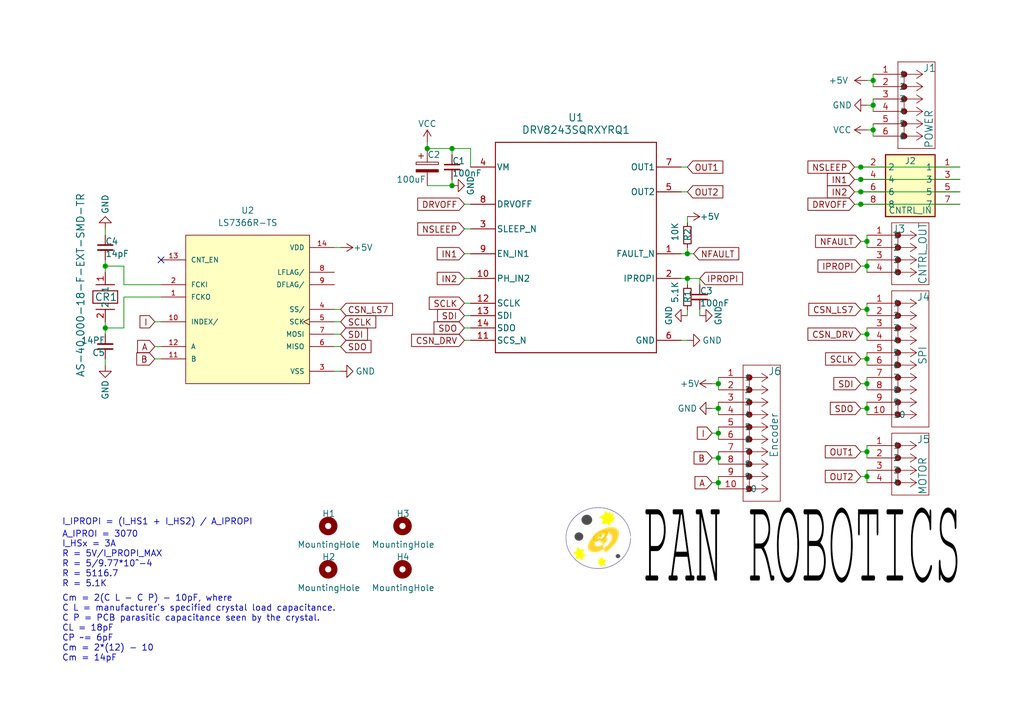
<source format=kicad_sch>
(kicad_sch (version 20230121) (generator eeschema)
  (paper "A5")
  (title_block (title "DRV8243 - LS7366R DC Motion Controller") (date "2024-02-08") (rev "V1") (company "Pan Robotics"))
  (lib_symbols
    (symbol "1862042:1862042" (pin_names (offset 0.254))
      (property "Reference" "J" (at 8.89 6.35 0))
      (property "Value" "1862042" (at 0 0 0))
      (symbol "1862042_0_1"
        (polyline (pts (xy 5.08 -10.16) (xy 12.7 -10.16)) (stroke (width 0.127)))
        (polyline (pts (xy 5.08 2.54) (xy 5.08 -10.16)) (stroke (width 0.127)))
        (polyline (pts (xy 6.35 -5.08) (xy 6.35 -7.62)) (stroke (width 0.127)))
        (polyline (pts (xy 6.35 0) (xy 6.35 -2.54)) (stroke (width 0.127)))
        (polyline (pts (xy 10.16 -7.62) (xy 5.08 -7.62)) (stroke (width 0.127)))
        (polyline (pts (xy 10.16 -7.62) (xy 8.89 -8.4667)) (stroke (width 0.127)))
        (polyline (pts (xy 10.16 -7.62) (xy 8.89 -6.7733)) (stroke (width 0.127)))
        (polyline (pts (xy 10.16 -5.08) (xy 5.08 -5.08)) (stroke (width 0.127)))
        (polyline (pts (xy 10.16 -5.08) (xy 8.89 -5.9267)) (stroke (width 0.127)))
        (polyline (pts (xy 10.16 -5.08) (xy 8.89 -4.2333)) (stroke (width 0.127)))
        (polyline (pts (xy 10.16 -2.54) (xy 5.08 -2.54)) (stroke (width 0.127)))
        (polyline (pts (xy 10.16 -2.54) (xy 8.89 -3.3867)) (stroke (width 0.127)))
        (polyline (pts (xy 10.16 -2.54) (xy 8.89 -1.6933)) (stroke (width 0.127)))
        (polyline (pts (xy 10.16 0) (xy 5.08 0)) (stroke (width 0.127)))
        (polyline (pts (xy 10.16 0) (xy 8.89 -0.8467)) (stroke (width 0.127)))
        (polyline (pts (xy 10.16 0) (xy 8.89 0.8467)) (stroke (width 0.127)))
        (polyline (pts (xy 12.7 -10.16) (xy 12.7 2.54)) (stroke (width 0.127)))
        (polyline (pts (xy 12.7 2.54) (xy 5.08 2.54)) (stroke (width 0.127)))
        (circle (center 6.35 -7.62) (radius 0.127) (stroke (width 0.508)))
        (circle (center 6.35 -5.08) (radius 0.127) (stroke (width 0.508)))
        (circle (center 6.35 -2.54) (radius 0.127) (stroke (width 0.508)))
        (circle (center 6.35 0) (radius 0.127) (stroke (width 0.508)))
        (pin unspecified line (at 0 0 0) (length 5.08) (name "1") (number "1"))
        (pin unspecified line (at 0 -2.54 0) (length 5.08) (name "2") (number "2"))
        (pin unspecified line (at 0 -5.08 0) (length 5.08) (name "3") (number "3"))
        (pin unspecified line (at 0 -7.62 0) (length 5.08) (name "4") (number "4"))
      )
    )
    (symbol "1862055:1862055" (pin_names (offset 0.254))
      (property "Reference" "J" (at 8.89 6.35 0))
      (property "Value" "1862055" (at 0 0 0))
      (symbol "1862055_0_1"
        (polyline (pts (xy 5.08 -15.24) (xy 12.7 -15.24)) (stroke (width 0.127)))
        (polyline (pts (xy 5.08 2.54) (xy 5.08 -15.24)) (stroke (width 0.127)))
        (polyline (pts (xy 6.35 -10.16) (xy 6.35 -12.7)) (stroke (width 0.127)))
        (polyline (pts (xy 6.35 -5.08) (xy 6.35 -7.62)) (stroke (width 0.127)))
        (polyline (pts (xy 6.35 0) (xy 6.35 -2.54)) (stroke (width 0.127)))
        (polyline (pts (xy 10.16 -12.7) (xy 5.08 -12.7)) (stroke (width 0.127)))
        (polyline (pts (xy 10.16 -12.7) (xy 8.89 -13.5467)) (stroke (width 0.127)))
        (polyline (pts (xy 10.16 -12.7) (xy 8.89 -11.8533)) (stroke (width 0.127)))
        (polyline (pts (xy 10.16 -10.16) (xy 5.08 -10.16)) (stroke (width 0.127)))
        (polyline (pts (xy 10.16 -10.16) (xy 8.89 -11.0067)) (stroke (width 0.127)))
        (polyline (pts (xy 10.16 -10.16) (xy 8.89 -9.3133)) (stroke (width 0.127)))
        (polyline (pts (xy 10.16 -7.62) (xy 5.08 -7.62)) (stroke (width 0.127)))
        (polyline (pts (xy 10.16 -7.62) (xy 8.89 -8.4667)) (stroke (width 0.127)))
        (polyline (pts (xy 10.16 -7.62) (xy 8.89 -6.7733)) (stroke (width 0.127)))
        (polyline (pts (xy 10.16 -5.08) (xy 5.08 -5.08)) (stroke (width 0.127)))
        (polyline (pts (xy 10.16 -5.08) (xy 8.89 -5.9267)) (stroke (width 0.127)))
        (polyline (pts (xy 10.16 -5.08) (xy 8.89 -4.2333)) (stroke (width 0.127)))
        (polyline (pts (xy 10.16 -2.54) (xy 5.08 -2.54)) (stroke (width 0.127)))
        (polyline (pts (xy 10.16 -2.54) (xy 8.89 -3.3867)) (stroke (width 0.127)))
        (polyline (pts (xy 10.16 -2.54) (xy 8.89 -1.6933)) (stroke (width 0.127)))
        (polyline (pts (xy 10.16 0) (xy 5.08 0)) (stroke (width 0.127)))
        (polyline (pts (xy 10.16 0) (xy 8.89 -0.8467)) (stroke (width 0.127)))
        (polyline (pts (xy 10.16 0) (xy 8.89 0.8467)) (stroke (width 0.127)))
        (polyline (pts (xy 12.7 -15.24) (xy 12.7 2.54)) (stroke (width 0.127)))
        (polyline (pts (xy 12.7 2.54) (xy 5.08 2.54)) (stroke (width 0.127)))
        (circle (center 6.35 -12.7) (radius 0.127) (stroke (width 0.508)))
        (circle (center 6.35 -10.16) (radius 0.127) (stroke (width 0.508)))
        (circle (center 6.35 -7.62) (radius 0.127) (stroke (width 0.508)))
        (circle (center 6.35 -5.08) (radius 0.127) (stroke (width 0.508)))
        (circle (center 6.35 -2.54) (radius 0.127) (stroke (width 0.508)))
        (circle (center 6.35 0) (radius 0.127) (stroke (width 0.508)))
        (pin unspecified line (at 0 0 0) (length 5.08) (name "1") (number "1"))
        (pin unspecified line (at 0 -2.54 0) (length 5.08) (name "2") (number "2"))
        (pin unspecified line (at 0 -5.08 0) (length 5.08) (name "3") (number "3"))
        (pin unspecified line (at 0 -7.62 0) (length 5.08) (name "4") (number "4"))
        (pin unspecified line (at 0 -10.16 0) (length 5.08) (name "5") (number "5"))
        (pin unspecified line (at 0 -12.7 0) (length 5.08) (name "6") (number "6"))
      )
    )
    (symbol "1862068:1862068"
      (property "Reference" "J" (at 16.51 7.62 0))
      (property "Value" "1862068" (at 16.51 5.08 0))
      (symbol "1862068_1_1"
        (rectangle (start 5.08 2.54) (end 15.24 -10.16) (stroke (width 0.254)) (fill (type background)))
        (pin passive line (at 20.32 0 180) (length 5.08) (name "1") (number "1"))
        (pin passive line (at 0 0 0) (length 5.08) (name "2") (number "2"))
        (pin passive line (at 20.32 -2.54 180) (length 5.08) (name "3") (number "3"))
        (pin passive line (at 0 -2.54 0) (length 5.08) (name "4") (number "4"))
        (pin passive line (at 20.32 -5.08 180) (length 5.08) (name "5") (number "5"))
        (pin passive line (at 0 -5.08 0) (length 5.08) (name "6") (number "6"))
        (pin passive line (at 20.32 -7.62 180) (length 5.08) (name "7") (number "7"))
        (pin passive line (at 0 -7.62 0) (length 5.08) (name "8") (number "8"))
      )
    )
    (symbol "1862071:1862071" (pin_names (offset 0.254))
      (property "Reference" "J" (at 8.89 6.35 0))
      (property "Value" "1862071" (at 0 0 0))
      (symbol "1862071_0_1"
        (polyline (pts (xy 5.08 -25.4) (xy 12.7 -25.4)) (stroke (width 0.127)))
        (polyline (pts (xy 5.08 2.54) (xy 5.08 -25.4)) (stroke (width 0.127)))
        (polyline (pts (xy 6.35 -20.32) (xy 6.35 -22.86)) (stroke (width 0.127)))
        (polyline (pts (xy 6.35 -15.24) (xy 6.35 -17.78)) (stroke (width 0.127)))
        (polyline (pts (xy 6.35 -10.16) (xy 6.35 -12.7)) (stroke (width 0.127)))
        (polyline (pts (xy 6.35 -5.08) (xy 6.35 -7.62)) (stroke (width 0.127)))
        (polyline (pts (xy 6.35 0) (xy 6.35 -2.54)) (stroke (width 0.127)))
        (polyline (pts (xy 10.16 -22.86) (xy 5.08 -22.86)) (stroke (width 0.127)))
        (polyline (pts (xy 10.16 -22.86) (xy 8.89 -23.7067)) (stroke (width 0.127)))
        (polyline (pts (xy 10.16 -22.86) (xy 8.89 -22.0133)) (stroke (width 0.127)))
        (polyline (pts (xy 10.16 -20.32) (xy 5.08 -20.32)) (stroke (width 0.127)))
        (polyline (pts (xy 10.16 -20.32) (xy 8.89 -21.1667)) (stroke (width 0.127)))
        (polyline (pts (xy 10.16 -20.32) (xy 8.89 -19.4733)) (stroke (width 0.127)))
        (polyline (pts (xy 10.16 -17.78) (xy 5.08 -17.78)) (stroke (width 0.127)))
        (polyline (pts (xy 10.16 -17.78) (xy 8.89 -18.6267)) (stroke (width 0.127)))
        (polyline (pts (xy 10.16 -17.78) (xy 8.89 -16.9333)) (stroke (width 0.127)))
        (polyline (pts (xy 10.16 -15.24) (xy 5.08 -15.24)) (stroke (width 0.127)))
        (polyline (pts (xy 10.16 -15.24) (xy 8.89 -16.0867)) (stroke (width 0.127)))
        (polyline (pts (xy 10.16 -15.24) (xy 8.89 -14.3933)) (stroke (width 0.127)))
        (polyline (pts (xy 10.16 -12.7) (xy 5.08 -12.7)) (stroke (width 0.127)))
        (polyline (pts (xy 10.16 -12.7) (xy 8.89 -13.5467)) (stroke (width 0.127)))
        (polyline (pts (xy 10.16 -12.7) (xy 8.89 -11.8533)) (stroke (width 0.127)))
        (polyline (pts (xy 10.16 -10.16) (xy 5.08 -10.16)) (stroke (width 0.127)))
        (polyline (pts (xy 10.16 -10.16) (xy 8.89 -11.0067)) (stroke (width 0.127)))
        (polyline (pts (xy 10.16 -10.16) (xy 8.89 -9.3133)) (stroke (width 0.127)))
        (polyline (pts (xy 10.16 -7.62) (xy 5.08 -7.62)) (stroke (width 0.127)))
        (polyline (pts (xy 10.16 -7.62) (xy 8.89 -8.4667)) (stroke (width 0.127)))
        (polyline (pts (xy 10.16 -7.62) (xy 8.89 -6.7733)) (stroke (width 0.127)))
        (polyline (pts (xy 10.16 -5.08) (xy 5.08 -5.08)) (stroke (width 0.127)))
        (polyline (pts (xy 10.16 -5.08) (xy 8.89 -5.9267)) (stroke (width 0.127)))
        (polyline (pts (xy 10.16 -5.08) (xy 8.89 -4.2333)) (stroke (width 0.127)))
        (polyline (pts (xy 10.16 -2.54) (xy 5.08 -2.54)) (stroke (width 0.127)))
        (polyline (pts (xy 10.16 -2.54) (xy 8.89 -3.3867)) (stroke (width 0.127)))
        (polyline (pts (xy 10.16 -2.54) (xy 8.89 -1.6933)) (stroke (width 0.127)))
        (polyline (pts (xy 10.16 0) (xy 5.08 0)) (stroke (width 0.127)))
        (polyline (pts (xy 10.16 0) (xy 8.89 -0.8467)) (stroke (width 0.127)))
        (polyline (pts (xy 10.16 0) (xy 8.89 0.8467)) (stroke (width 0.127)))
        (polyline (pts (xy 12.7 -25.4) (xy 12.7 2.54)) (stroke (width 0.127)))
        (polyline (pts (xy 12.7 2.54) (xy 5.08 2.54)) (stroke (width 0.127)))
        (circle (center 6.35 -22.86) (radius 0.127) (stroke (width 0.508)))
        (circle (center 6.35 -20.32) (radius 0.127) (stroke (width 0.508)))
        (circle (center 6.35 -17.78) (radius 0.127) (stroke (width 0.508)))
        (circle (center 6.35 -15.24) (radius 0.127) (stroke (width 0.508)))
        (circle (center 6.35 -12.7) (radius 0.127) (stroke (width 0.508)))
        (circle (center 6.35 -10.16) (radius 0.127) (stroke (width 0.508)))
        (circle (center 6.35 -7.62) (radius 0.127) (stroke (width 0.508)))
        (circle (center 6.35 -5.08) (radius 0.127) (stroke (width 0.508)))
        (circle (center 6.35 -2.54) (radius 0.127) (stroke (width 0.508)))
        (circle (center 6.35 0) (radius 0.127) (stroke (width 0.508)))
        (pin unspecified line (at 0 0 0) (length 5.08) (name "1") (number "1"))
        (pin unspecified line (at 0 -22.86 0) (length 5.08) (name "10") (number "10"))
        (pin unspecified line (at 0 -2.54 0) (length 5.08) (name "2") (number "2"))
        (pin unspecified line (at 0 -5.08 0) (length 5.08) (name "3") (number "3"))
        (pin unspecified line (at 0 -7.62 0) (length 5.08) (name "4") (number "4"))
        (pin unspecified line (at 0 -10.16 0) (length 5.08) (name "5") (number "5"))
        (pin unspecified line (at 0 -12.7 0) (length 5.08) (name "6") (number "6"))
        (pin unspecified line (at 0 -15.24 0) (length 5.08) (name "7") (number "7"))
        (pin unspecified line (at 0 -17.78 0) (length 5.08) (name "8") (number "8"))
        (pin unspecified line (at 0 -20.32 0) (length 5.08) (name "9") (number "9"))
      )
    )
    (symbol "AS_40_000_18_F_EXT_SMD_TR:AS-40.000-18-F-EXT-SMD-TR" (pin_names (offset 0.254))
      (property "Reference" "CR" (at 5.08 4.445 0))
      (property "Value" "AS-40.000-18-F-EXT-SMD-TR" (at 5.08 -4.445 0))
      (symbol "AS-40.000-18-F-EXT-SMD-TR_1_1"
        (polyline (pts (xy 2.54 -1.905) (xy 2.54 1.905)) (stroke (width 0.2032)))
        (polyline (pts (xy 3.81 -2.54) (xy 3.81 2.54)) (stroke (width 0.2032)))
        (polyline (pts (xy 3.81 2.54) (xy 6.35 2.54)) (stroke (width 0.2032)))
        (polyline (pts (xy 6.35 -2.54) (xy 3.81 -2.54)) (stroke (width 0.2032)))
        (polyline (pts (xy 6.35 2.54) (xy 6.35 -2.54)) (stroke (width 0.2032)))
        (polyline (pts (xy 7.62 -1.905) (xy 7.62 1.905)) (stroke (width 0.2032)))
        (pin unspecified line (at 0 0 0) (length 2.54) (name "1") (number "1"))
        (pin unspecified line (at 10.16 0 180) (length 2.54) (name "2") (number "2"))
      )
      (symbol "AS-40.000-18-F-EXT-SMD-TR_1_2"
        (polyline (pts (xy -2.54 3.81) (xy -2.54 6.35)) (stroke (width 0.2032)))
        (polyline (pts (xy -2.54 6.35) (xy 2.54 6.35)) (stroke (width 0.2032)))
        (polyline (pts (xy 1.905 2.54) (xy -1.905 2.54)) (stroke (width 0.2032)))
        (polyline (pts (xy 1.905 7.62) (xy -1.905 7.62)) (stroke (width 0.2032)))
        (polyline (pts (xy 2.54 3.81) (xy -2.54 3.81)) (stroke (width 0.2032)))
        (polyline (pts (xy 2.54 6.35) (xy 2.54 3.81)) (stroke (width 0.2032)))
        (pin unspecified line (at 0 0 90) (length 2.54) (name "1") (number "1"))
        (pin unspecified line (at 0 10.16 270) (length 2.54) (name "2") (number "2"))
      )
    )
    (symbol "DRV8243:DRV8243SQRXYRQ1" (pin_names (offset 0.254))
      (property "Reference" "U" (at 0 2.54 0))
      (property "Value" "DRV8243SQRXYRQ1" (at 0 0 0))
      (symbol "DRV8243SQRXYRQ1_0_1"
        (polyline (pts (xy 5.08 -38.1) (xy 38.1 -38.1)) (stroke (width 0.2032)))
        (polyline (pts (xy 5.08 5.08) (xy 5.08 -38.1)) (stroke (width 0.2032)))
        (polyline (pts (xy 38.1 -38.1) (xy 38.1 5.08)) (stroke (width 0.2032)))
        (polyline (pts (xy 38.1 5.08) (xy 5.08 5.08)) (stroke (width 0.2032)))
        (pin open_collector line (at 43.18 -17.78 180) (length 5.08) (name "FAULT_N") (number "1"))
        (pin input line (at 0 -22.86 0) (length 5.08) (name "PH_IN2") (number "10"))
        (pin input line (at 0 -35.56 0) (length 5.08) (name "SCS_N") (number "11"))
        (pin input line (at 0 -27.94 0) (length 5.08) (name "SCLK") (number "12"))
        (pin input line (at 0 -30.48 0) (length 5.08) (name "SDI") (number "13"))
        (pin output line (at 0 -33.02 0) (length 5.08) (name "SDO") (number "14"))
        (pin bidirectional line (at 43.18 -22.86 180) (length 5.08) (name "IPROPI") (number "2"))
        (pin input line (at 0 -12.7 0) (length 5.08) (name "SLEEP_N") (number "3"))
        (pin power_in line (at 0 0 0) (length 5.08) (name "VM") (number "4"))
        (pin unspecified line (at 43.18 -5.08 180) (length 5.08) (name "OUT2") (number "5"))
        (pin power_in line (at 43.18 -35.56 180) (length 5.08) (name "GND") (number "6"))
        (pin unspecified line (at 43.18 0 180) (length 5.08) (name "OUT1") (number "7"))
        (pin input line (at 0 -7.62 0) (length 5.08) (name "DRVOFF") (number "8"))
        (pin input line (at 0 -17.78 0) (length 5.08) (name "EN_IN1") (number "9"))
      )
    )
    (symbol "Device:C_Polarized" (pin_numbers hide) (pin_names (offset 0.254))
      (property "Reference" "C" (at 0.635 2.54 0))
      (property "Value" "C_Polarized" (at 0.635 -2.54 0))
      (symbol "C_Polarized_0_1"
        (rectangle (start -2.286 0.508) (end 2.286 1.016))
        (polyline (pts (xy -1.778 2.286) (xy -0.762 2.286)))
        (polyline (pts (xy -1.27 2.794) (xy -1.27 1.778)))
        (rectangle (start 2.286 -0.508) (end -2.286 -1.016) (fill (type outline)))
      )
      (symbol "C_Polarized_1_1"
        (pin passive line (at 0 3.81 270) (length 2.794) (name "~") (number "1"))
        (pin passive line (at 0 -3.81 90) (length 2.794) (name "~") (number "2"))
      )
    )
    (symbol "Device:C_Small" (pin_numbers hide) (pin_names (offset 0.254) hide)
      (property "Reference" "C" (at 0.254 1.778 0))
      (property "Value" "C_Small" (at 0.254 -2.032 0))
      (symbol "C_Small_0_1"
        (polyline (pts (xy -1.524 -0.508) (xy 1.524 -0.508)) (stroke (width 0.3302)))
        (polyline (pts (xy -1.524 0.508) (xy 1.524 0.508)) (stroke (width 0.3048)))
      )
      (symbol "C_Small_1_1"
        (pin passive line (at 0 2.54 270) (length 2.032) (name "~") (number "1"))
        (pin passive line (at 0 -2.54 90) (length 2.032) (name "~") (number "2"))
      )
    )
    (symbol "Device:R_Small" (pin_numbers hide) (pin_names (offset 0.254) hide)
      (property "Reference" "R" (at 0.762 0.508 0))
      (property "Value" "R_Small" (at 0.762 -1.016 0))
      (symbol "R_Small_0_1"
        (rectangle (start -0.762 1.778) (end 0.762 -1.778) (stroke (width 0.2032)))
      )
      (symbol "R_Small_1_1"
        (pin passive line (at 0 2.54 270) (length 0.762) (name "~") (number "1"))
        (pin passive line (at 0 -2.54 90) (length 0.762) (name "~") (number "2"))
      )
    )
    (symbol "LS7366R_TS:LS7366R-TS" (pin_names (offset 1.016))
      (property "Reference" "U" (at -12.7 16.002 0))
      (property "Value" "LS7366R-TS" (at -12.7 -16.002 0))
      (symbol "LS7366R-TS_0_0"
        (rectangle (start -12.7 -15.24) (end 12.7 15.24) (stroke (width 0.1524)) (fill (type background)))
        (pin output line (at -17.78 2.54 0) (length 5.08) (name "FCKO") (number "1"))
        (pin input line (at -17.78 -2.54 0) (length 5.08) (name "INDEX/") (number "10"))
        (pin input line (at -17.78 -10.16 0) (length 5.08) (name "B") (number "11"))
        (pin input line (at -17.78 -7.62 0) (length 5.08) (name "A") (number "12"))
        (pin input line (at -17.78 10.16 0) (length 5.08) (name "CNT_EN") (number "13"))
        (pin power_in line (at 17.78 12.7 180) (length 5.08) (name "VDD") (number "14"))
        (pin input line (at -17.78 5.08 0) (length 5.08) (name "FCKI") (number "2"))
        (pin power_in line (at 17.78 -12.7 180) (length 5.08) (name "VSS") (number "3"))
        (pin input line (at 17.78 0 180) (length 5.08) (name "SS/") (number "4"))
        (pin input clock (at 17.78 -2.54 180) (length 5.08) (name "SCK") (number "5"))
        (pin output line (at 17.78 -7.62 180) (length 5.08) (name "MISO") (number "6"))
        (pin input line (at 17.78 -5.08 180) (length 5.08) (name "MOSI") (number "7"))
        (pin output line (at 17.78 7.62 180) (length 5.08) (name "LFLAG/") (number "8"))
        (pin output line (at 17.78 5.08 180) (length 5.08) (name "DFLAG/") (number "9"))
      )
    )
    (symbol "Mechanical:MountingHole" (pin_names (offset 1.016))
      (property "Reference" "H" (at 0 5.08 0))
      (property "Value" "MountingHole" (at 0 3.175 0))
      (symbol "MountingHole_0_1"
        (circle (center 0 0) (radius 1.27) (stroke (width 1.27)))
      )
    )
    (symbol "power:+5V" (power) (pin_names (offset 0))
      (property "Value" "+5V" (at 0 3.556 0))
      (symbol "+5V_0_1"
        (polyline (pts (xy -0.762 1.27) (xy 0 2.54)))
        (polyline (pts (xy 0 0) (xy 0 2.54)))
        (polyline (pts (xy 0 2.54) (xy 0.762 1.27)))
      )
      (symbol "+5V_1_1"
        (pin power_in line (at 0 0 90) (length 0) hide (name "+5V") (number "1"))
      )
    )
    (symbol "power:GND" (power) (pin_names (offset 0))
      (property "Value" "GND" (at 0 -3.81 0))
      (symbol "GND_0_1"
        (polyline (pts (xy 0 0) (xy 0 -1.27) (xy 1.27 -1.27) (xy 0 -2.54) (xy -1.27 -1.27) (xy 0 -1.27)))
      )
      (symbol "GND_1_1"
        (pin power_in line (at 0 0 270) (length 0) hide (name "GND") (number "1"))
      )
    )
    (symbol "power:VCC" (power) (pin_names (offset 0))
      (property "Value" "VCC" (at 0 3.81 0))
      (symbol "VCC_0_1"
        (polyline (pts (xy -0.762 1.27) (xy 0 2.54)))
        (polyline (pts (xy 0 0) (xy 0 2.54)))
        (polyline (pts (xy 0 2.54) (xy 0.762 1.27)))
      )
      (symbol "VCC_1_1"
        (pin power_in line (at 0 0 90) (length 0) hide (name "VCC") (number "1"))
      )
    )
  )
  (junction (at 21.59 67.31))
  (junction (at 177.8 73.66))
  (junction (at 147.32 83.82))
  (junction (at 147.32 78.74))
  (junction (at 92.71 38.1))
  (junction (at 179.07 26.67))
  (junction (at 177.8 54.61))
  (junction (at 177.8 63.5))
  (junction (at 177.8 83.82))
  (junction (at 147.32 93.98))
  (junction (at 177.8 49.53))
  (junction (at 177.8 92.71))
  (junction (at 176.53 39.37))
  (junction (at 177.8 78.74))
  (junction (at 140.97 57.15))
  (junction (at 177.8 97.79))
  (junction (at 140.97 52.07))
  (junction (at 177.8 68.58))
  (junction (at 179.07 16.51))
  (junction (at 21.59 54.61))
  (junction (at 176.53 36.83))
  (junction (at 147.32 99.06))
  (junction (at 147.32 88.9))
  (junction (at 176.53 41.91))
  (junction (at 176.53 34.29))
  (junction (at 92.71 30.48))
  (junction (at 87.63 30.48))
  (junction (at 179.07 21.59))
  (no_connect (at 33.02 53.34))
  (wire (pts (xy 175.26 41.91) (xy 176.53 41.91)))
  (wire (pts (xy 179.07 26.67) (xy 179.07 27.94)))
  (wire (pts (xy 179.07 20.32) (xy 179.07 21.59)))
  (wire (pts (xy 95.25 57.15) (xy 96.52 57.15)))
  (wire (pts (xy 140.97 39.37) (xy 139.7 39.37)))
  (wire (pts (xy 179.07 16.51) (xy 179.07 17.78)))
  (wire (pts (xy 146.05 83.82) (xy 147.32 83.82)))
  (wire (pts (xy 177.8 72.39) (xy 177.8 73.66)))
  (wire (pts (xy 177.8 62.23) (xy 177.8 63.5)))
  (wire (pts (xy 147.32 87.63) (xy 147.32 88.9)))
  (wire (pts (xy 179.07 25.4) (xy 179.07 26.67)))
  (wire (pts (xy 177.8 16.51) (xy 179.07 16.51)))
  (wire (pts (xy 146.05 99.06) (xy 147.32 99.06)))
  (wire (pts (xy 176.53 54.61) (xy 177.8 54.61)))
  (wire (pts (xy 140.97 69.85) (xy 139.7 69.85)))
  (wire (pts (xy 33.02 60.96) (xy 25.4 60.96)))
  (wire (pts (xy 95.25 52.07) (xy 96.52 52.07)))
  (wire (pts (xy 143.51 57.15) (xy 140.97 57.15)))
  (wire (pts (xy 176.53 39.37) (xy 196.85 39.37)))
  (wire (pts (xy 176.53 36.83) (xy 196.85 36.83)))
  (wire (pts (xy 146.05 93.98) (xy 147.32 93.98)))
  (wire (pts (xy 177.8 53.34) (xy 177.8 54.61)))
  (wire (pts (xy 140.97 58.42) (xy 140.97 57.15)))
  (wire (pts (xy 92.71 30.48) (xy 92.71 31.75)))
  (wire (pts (xy 96.52 30.48) (xy 96.52 34.29)))
  (wire (pts (xy 147.32 99.06) (xy 147.32 100.33)))
  (wire (pts (xy 140.97 50.8) (xy 140.97 52.07)))
  (wire (pts (xy 69.85 63.5) (xy 68.58 63.5)))
  (wire (pts (xy 140.97 52.07) (xy 142.24 52.07)))
  (wire (pts (xy 140.97 34.29) (xy 139.7 34.29)))
  (wire (pts (xy 95.25 62.23) (xy 96.52 62.23)))
  (wire (pts (xy 25.4 67.31) (xy 21.59 67.31)))
  (wire (pts (xy 95.25 46.99) (xy 96.52 46.99)))
  (wire (pts (xy 177.8 91.44) (xy 177.8 92.71)))
  (wire (pts (xy 175.26 39.37) (xy 176.53 39.37)))
  (wire (pts (xy 21.59 54.61) (xy 21.59 55.88)))
  (wire (pts (xy 143.51 58.42) (xy 143.51 57.15)))
  (wire (pts (xy 177.8 97.79) (xy 177.8 99.06)))
  (wire (pts (xy 147.32 93.98) (xy 147.32 95.25)))
  (wire (pts (xy 176.53 68.58) (xy 177.8 68.58)))
  (wire (pts (xy 87.63 38.1) (xy 92.71 38.1)))
  (wire (pts (xy 21.59 53.34) (xy 21.59 54.61)))
  (wire (pts (xy 147.32 82.55) (xy 147.32 83.82)))
  (wire (pts (xy 147.32 78.74) (xy 147.32 80.01)))
  (wire (pts (xy 87.63 30.48) (xy 92.71 30.48)))
  (wire (pts (xy 176.53 63.5) (xy 177.8 63.5)))
  (wire (pts (xy 177.8 21.59) (xy 179.07 21.59)))
  (wire (pts (xy 177.8 49.53) (xy 177.8 50.8)))
  (wire (pts (xy 92.71 38.1) (xy 92.71 36.83)))
  (wire (pts (xy 179.07 15.24) (xy 179.07 16.51)))
  (wire (pts (xy 177.8 67.31) (xy 177.8 68.58)))
  (wire (pts (xy 175.26 34.29) (xy 176.53 34.29)))
  (wire (pts (xy 143.51 64.77) (xy 143.51 63.5)))
  (wire (pts (xy 177.8 48.26) (xy 177.8 49.53)))
  (wire (pts (xy 177.8 96.52) (xy 177.8 97.79)))
  (wire (pts (xy 179.07 21.59) (xy 179.07 22.86)))
  (wire (pts (xy 177.8 82.55) (xy 177.8 83.82)))
  (wire (pts (xy 177.8 54.61) (xy 177.8 55.88)))
  (wire (pts (xy 21.59 66.04) (xy 21.59 67.31)))
  (wire (pts (xy 177.8 83.82) (xy 177.8 85.09)))
  (wire (pts (xy 140.97 57.15) (xy 139.7 57.15)))
  (wire (pts (xy 147.32 77.47) (xy 147.32 78.74)))
  (wire (pts (xy 139.7 52.07) (xy 140.97 52.07)))
  (wire (pts (xy 31.75 66.04) (xy 33.02 66.04)))
  (wire (pts (xy 92.71 30.48) (xy 96.52 30.48)))
  (wire (pts (xy 31.75 71.12) (xy 33.02 71.12)))
  (wire (pts (xy 175.26 36.83) (xy 176.53 36.83)))
  (wire (pts (xy 146.05 88.9) (xy 147.32 88.9)))
  (wire (pts (xy 176.53 83.82) (xy 177.8 83.82)))
  (wire (pts (xy 147.32 83.82) (xy 147.32 85.09)))
  (wire (pts (xy 147.32 88.9) (xy 147.32 90.17)))
  (wire (pts (xy 176.53 78.74) (xy 177.8 78.74)))
  (wire (pts (xy 69.85 66.04) (xy 68.58 66.04)))
  (wire (pts (xy 177.8 78.74) (xy 177.8 80.01)))
  (wire (pts (xy 177.8 92.71) (xy 177.8 93.98)))
  (wire (pts (xy 21.59 54.61) (xy 25.4 54.61)))
  (wire (pts (xy 177.8 77.47) (xy 177.8 78.74)))
  (wire (pts (xy 177.8 68.58) (xy 177.8 69.85)))
  (wire (pts (xy 21.59 73.66) (xy 21.59 74.93)))
  (wire (pts (xy 69.85 71.12) (xy 68.58 71.12)))
  (wire (pts (xy 21.59 68.58) (xy 21.59 67.31)))
  (wire (pts (xy 21.59 46.99) (xy 21.59 48.26)))
  (wire (pts (xy 146.05 78.74) (xy 147.32 78.74)))
  (wire (pts (xy 33.02 58.42) (xy 25.4 58.42)))
  (wire (pts (xy 69.85 68.58) (xy 68.58 68.58)))
  (wire (pts (xy 177.8 63.5) (xy 177.8 64.77)))
  (wire (pts (xy 95.25 41.91) (xy 96.52 41.91)))
  (wire (pts (xy 177.8 26.67) (xy 179.07 26.67)))
  (wire (pts (xy 25.4 60.96) (xy 25.4 67.31)))
  (wire (pts (xy 176.53 92.71) (xy 177.8 92.71)))
  (wire (pts (xy 69.85 50.8) (xy 68.58 50.8)))
  (wire (pts (xy 25.4 58.42) (xy 25.4 54.61)))
  (wire (pts (xy 140.97 44.45) (xy 140.97 45.72)))
  (wire (pts (xy 95.25 67.31) (xy 96.52 67.31)))
  (wire (pts (xy 177.8 49.53) (xy 176.53 49.53)))
  (wire (pts (xy 140.97 64.77) (xy 140.97 63.5)))
  (wire (pts (xy 31.75 73.66) (xy 33.02 73.66)))
  (wire (pts (xy 176.53 34.29) (xy 196.85 34.29)))
  (wire (pts (xy 147.32 92.71) (xy 147.32 93.98)))
  (wire (pts (xy 177.8 73.66) (xy 177.8 74.93)))
  (wire (pts (xy 87.63 29.21) (xy 87.63 30.48)))
  (wire (pts (xy 147.32 97.79) (xy 147.32 99.06)))
  (wire (pts (xy 176.53 41.91) (xy 196.85 41.91)))
  (wire (pts (xy 176.53 97.79) (xy 177.8 97.79)))
  (wire (pts (xy 95.25 69.85) (xy 96.52 69.85)))
  (wire (pts (xy 176.53 73.66) (xy 177.8 73.66)))
  (wire (pts (xy 95.25 64.77) (xy 96.52 64.77)))
  (wire (pts (xy 68.58 76.2) (xy 69.85 76.2)))
  (image (at 156.21 111.76) (scale 0.871662))
  (text "I_HSx = 3A\nR = 5V/I_PROPI_MAX\nR = 5/9.77*10^-4\nR = 5116.7\nR = 5.1K" (at 12.7 120.65 0) (effects (font (size 1.27 1.27)) (justify left bottom)))
  (text "A_IPROI = 3070" (at 12.7 110.49 0) (effects (font (size 1.27 1.27)) (justify left bottom)))
  (text "Cm = 2(C L - C P) - 10pF, where\nC L = manufacturer's specified crystal load capacitance.\nC P = PCB parasitic capacitance seen by the crystal.\nCL = 18pF\nCP ~= 6pF\nCm = 2*(12) - 10\nCm = 14pF" (at 12.7 135.89 0) (effects (font (size 1.27 1.27)) (justify left bottom)))
  (text "I_IPROPI = (I_HS1 + I_HS2) / A_IPROPI" (at 12.7 107.95 0) (effects (font (size 1.27 1.27)) (justify left bottom)))
  (global_label "SDO" (shape input) (at 176.53 83.82 180) (property "Intersheetrefs" "${INTERSHEET_REFS}" (effects hide)))
  (global_label "SDI" (shape input) (at 69.85 68.58 0) (property "Intersheetrefs" "${INTERSHEET_REFS}" (effects hide)))
  (global_label "SCLK" (shape input) (at 69.85 66.04 0) (property "Intersheetrefs" "${INTERSHEET_REFS}" (effects hide)))
  (global_label "CSN_LS7" (shape input) (at 176.53 63.5 180) (property "Intersheetrefs" "${INTERSHEET_REFS}" (effects hide)))
  (global_label "SCLK" (shape input) (at 95.25 62.23 180) (property "Intersheetrefs" "${INTERSHEET_REFS}" (effects hide)))
  (global_label "IN2" (shape input) (at 95.25 57.15 180) (property "Intersheetrefs" "${INTERSHEET_REFS}" (effects hide)))
  (global_label "B" (shape input) (at 146.05 93.98 180) (property "Intersheetrefs" "${INTERSHEET_REFS}" (effects hide)))
  (global_label "CSN_DRV" (shape input) (at 176.53 68.58 180) (property "Intersheetrefs" "${INTERSHEET_REFS}" (effects hide)))
  (global_label "OUT1" (shape input) (at 176.53 92.71 180) (property "Intersheetrefs" "${INTERSHEET_REFS}" (effects hide)))
  (global_label "OUT1" (shape input) (at 140.97 34.29 0) (property "Intersheetrefs" "${INTERSHEET_REFS}" (effects hide)))
  (global_label "NSLEEP" (shape input) (at 95.25 46.99 180) (property "Intersheetrefs" "${INTERSHEET_REFS}" (effects hide)))
  (global_label "NFAULT" (shape input) (at 142.24 52.07 0) (property "Intersheetrefs" "${INTERSHEET_REFS}" (effects hide)))
  (global_label "CSN_LS7" (shape input) (at 69.85 63.5 0) (property "Intersheetrefs" "${INTERSHEET_REFS}" (effects hide)))
  (global_label "NSLEEP" (shape input) (at 175.26 34.29 180) (property "Intersheetrefs" "${INTERSHEET_REFS}" (effects hide)))
  (global_label "IN2" (shape input) (at 175.26 39.37 180) (property "Intersheetrefs" "${INTERSHEET_REFS}" (effects hide)))
  (global_label "DRVOFF" (shape input) (at 95.25 41.91 180) (property "Intersheetrefs" "${INTERSHEET_REFS}" (effects hide)))
  (global_label "A" (shape input) (at 146.05 99.06 180) (property "Intersheetrefs" "${INTERSHEET_REFS}" (effects hide)))
  (global_label "OUT2" (shape input) (at 140.97 39.37 0) (property "Intersheetrefs" "${INTERSHEET_REFS}" (effects hide)))
  (global_label "IN1" (shape input) (at 175.26 36.83 180) (property "Intersheetrefs" "${INTERSHEET_REFS}" (effects hide)))
  (global_label "OUT2" (shape input) (at 176.53 97.79 180) (property "Intersheetrefs" "${INTERSHEET_REFS}" (effects hide)))
  (global_label "SDI" (shape input) (at 176.53 78.74 180) (property "Intersheetrefs" "${INTERSHEET_REFS}" (effects hide)))
  (global_label "A" (shape input) (at 31.75 71.12 180) (property "Intersheetrefs" "${INTERSHEET_REFS}" (effects hide)))
  (global_label "SCLK" (shape input) (at 176.53 73.66 180) (property "Intersheetrefs" "${INTERSHEET_REFS}" (effects hide)))
  (global_label "B" (shape input) (at 31.75 73.66 180) (property "Intersheetrefs" "${INTERSHEET_REFS}" (effects hide)))
  (global_label "I" (shape input) (at 31.75 66.04 180) (property "Intersheetrefs" "${INTERSHEET_REFS}" (effects hide)))
  (global_label "CSN_DRV" (shape input) (at 95.25 69.85 180) (property "Intersheetrefs" "${INTERSHEET_REFS}" (effects hide)))
  (global_label "SDO" (shape input) (at 69.85 71.12 0) (property "Intersheetrefs" "${INTERSHEET_REFS}" (effects hide)))
  (global_label "NFAULT" (shape input) (at 176.53 49.53 180) (property "Intersheetrefs" "${INTERSHEET_REFS}" (effects hide)))
  (global_label "SDI" (shape input) (at 95.25 64.77 180) (property "Intersheetrefs" "${INTERSHEET_REFS}" (effects hide)))
  (global_label "IN1" (shape input) (at 95.25 52.07 180) (property "Intersheetrefs" "${INTERSHEET_REFS}" (effects hide)))
  (global_label "DRVOFF" (shape input) (at 175.26 41.91 180) (property "Intersheetrefs" "${INTERSHEET_REFS}" (effects hide)))
  (global_label "IPROPI" (shape input) (at 176.53 54.61 180) (property "Intersheetrefs" "${INTERSHEET_REFS}" (effects hide)))
  (global_label "SDO" (shape input) (at 95.25 67.31 180) (property "Intersheetrefs" "${INTERSHEET_REFS}" (effects hide)))
  (global_label "IPROPI" (shape input) (at 143.51 57.15 0) (property "Intersheetrefs" "${INTERSHEET_REFS}" (effects hide)))
  (global_label "I" (shape input) (at 146.05 88.9 180) (property "Intersheetrefs" "${INTERSHEET_REFS}" (effects hide)))
  (symbol (lib_id "power:VCC") (at 87.63 29.21 0) (unit 1)
    (property "Reference" "#PWR03" (effects hide))
    (property "Value" "VCC" (at 87.63 25.4 0))
  )
  (symbol (lib_id "power:GND") (at 21.59 46.99 180) (unit 1)
    (property "Reference" "#PWR09" (effects hide))
    (property "Value" "GND" (at 21.59 41.91 90))
  )
  (symbol (lib_id "power:GND") (at 140.97 64.77 270) (unit 1)
    (property "Reference" "#PWR07" (effects hide))
    (property "Value" "GND" (at 137.16 64.77 0))
  )
  (symbol (lib_id "power:GND") (at 140.97 69.85 90) (unit 1)
    (property "Reference" "#PWR02" (effects hide))
    (property "Value" "GND" (at 146.05 69.85 90))
  )
  (symbol (lib_id "power:+5V") (at 146.05 78.74 90) (unit 1)
    (property "Reference" "#PWR014" (effects hide))
    (property "Value" "+5V" (at 143.51 78.74 90) (effects (justify left)))
  )
  (symbol (lib_id "power:GND") (at 92.71 38.1 90) (unit 1)
    (property "Reference" "#PWR05" (effects hide))
    (property "Value" "GND" (at 96.52 38.1 0))
  )
  (symbol (lib_id "Mechanical:MountingHole") (at 67.31 107.95 0) (unit 1)
    (property "Reference" "H1" (at 66.04 105.41 0) (effects (justify left)))
    (property "Value" "MountingHole" (at 60.96 111.76 0) (effects (justify left)))
    (property "Footprint" "MountingHole:MountingHole_3.2mm_M3_Pad_Via" (effects hide))
  )
  (symbol (lib_id "Device:C_Small") (at 92.71 34.29 0) (unit 1)
    (property "Reference" "C1" (at 92.71 33.02 0) (effects (justify left)))
    (property "Value" "100nF" (at 92.71 35.56 0) (effects (justify left)))
    (property "Footprint" "Capacitor_SMD:C_1206_3216Metric_Pad1.33x1.80mm_HandSolder" (effects hide))
  )
  (symbol (lib_id "power:GND") (at 21.59 74.93 0) (unit 1)
    (property "Reference" "#PWR04" (effects hide))
    (property "Value" "GND" (at 21.59 80.01 90))
  )
  (symbol (lib_id "power:GND") (at 177.8 21.59 270) (unit 1)
    (property "Reference" "#PWR08" (effects hide))
    (property "Value" "GND" (at 172.72 21.59 90))
  )
  (symbol (lib_id "1862055:1862055") (at 179.07 15.24 0) (unit 1)
    (property "Reference" "J1" (at 189.23 13.97 0) (effects (font (size 1.524 1.524)) (justify left)))
    (property "Value" "POWER" (at 190.5 30.48 90) (effects (font (size 1.524 1.524)) (justify left)))
    (property "Footprint" "1862055 Footprint:CONN_1862055" (effects hide))
    (property "Datasheet" "1862055" (effects hide))
  )
  (symbol (lib_id "1862068:1862068") (at 176.53 34.29 0) (unit 1)
    (property "Reference" "J2" (at 186.69 33.02 0))
    (property "Value" "CNTRL_IN" (at 186.69 43.18 0))
    (property "Footprint" "1862068 Footprint:1862068" (effects hide))
    (property "Datasheet" "https://www.arrow.com/en/products/1862068/phoenix-contact" (effects hide))
    (property "Height" "10.2" (effects hide))
    (property "Mouser Part Number" "651-1862068" (effects hide))
    (property "Mouser Price/Stock" "https://www.mouser.co.uk/ProductDetail/Phoenix-Contact/1862068?qs=tlR8i4ZVbUc%2F8QHSz36BSA%3D%3D" (effects hide))
    (property "Manufacturer_Name" "Phoenix Contact" (effects hide))
    (property "Manufacturer_Part_Number" "1862068" (effects hide))
  )
  (symbol (lib_id "power:+5V") (at 140.97 44.45 270) (unit 1)
    (property "Reference" "#PWR013" (effects hide))
    (property "Value" "+5V" (at 143.51 44.45 90) (effects (justify left)))
  )
  (symbol (lib_id "power:GND") (at 69.85 76.2 90) (unit 1)
    (property "Reference" "#PWR011" (effects hide))
    (property "Value" "GND" (at 74.93 76.2 90))
  )
  (symbol (lib_id "LS7366R_TS:LS7366R-TS") (at 50.8 63.5 0) (unit 1)
    (property "Reference" "U2" (at 50.8 43.18 0))
    (property "Value" "LS7366R-TS" (at 50.8 45.72 0))
    (property "Footprint" "LS7366R_TS Footprint:SOP65P640X120-14N" (effects hide))
    (property "PARTREV" "June 2014" (effects hide))
    (property "MANUFACTURER" "LSI/CSI" (effects hide))
    (property "MAXIMUM_PACKAGE_HEIGHT" "1.2 mm" (effects hide))
    (property "STANDARD" "IPC 7351B" (effects hide))
  )
  (symbol (lib_id "power:+5V") (at 69.85 50.8 270) (unit 1)
    (property "Reference" "#PWR012" (effects hide))
    (property "Value" "+5V" (at 72.39 50.8 90) (effects (justify left)))
  )
  (symbol (lib_id "Device:R_Small") (at 140.97 60.96 0) (unit 1)
    (property "Reference" "R1" (at 140.97 62.23 90) (effects (justify left)))
    (property "Value" "5.1K" (at 138.43 62.23 90) (effects (justify left)))
    (property "Footprint" "Resistor_SMD:R_1206_3216Metric_Pad1.30x1.75mm_HandSolder" (effects hide))
  )
  (symbol (lib_id "Device:R_Small") (at 140.97 48.26 0) (unit 1)
    (property "Reference" "R2" (at 140.97 49.53 90) (effects (justify left)))
    (property "Value" "10K" (at 138.43 49.53 90) (effects (justify left)))
    (property "Footprint" "Resistor_SMD:R_1206_3216Metric_Pad1.30x1.75mm_HandSolder" (effects hide))
  )
  (symbol (lib_id "Mechanical:MountingHole") (at 82.55 107.95 0) (unit 1)
    (property "Reference" "H3" (at 81.28 105.41 0) (effects (justify left)))
    (property "Value" "MountingHole" (at 76.2 111.76 0) (effects (justify left)))
    (property "Footprint" "MountingHole:MountingHole_3.2mm_M3_Pad_Via" (effects hide))
  )
  (symbol (lib_id "1862042:1862042") (at 177.8 48.26 0) (unit 1)
    (property "Reference" "J3" (at 182.88 46.99 0) (effects (font (size 1.524 1.524)) (justify left)))
    (property "Value" "CNTRL_OUT" (at 189.23 58.42 90) (effects (font (size 1.524 1.524)) (justify left)))
    (property "Footprint" "1862042 Footprint:CONN_1862042" (effects hide))
    (property "Datasheet" "1862042" (effects hide))
  )
  (symbol (lib_id "1862071:1862071") (at 177.8 62.23 0) (unit 1)
    (property "Reference" "J4" (at 187.96 60.96 0) (effects (font (size 1.524 1.524)) (justify left)))
    (property "Value" "SPI" (at 189.23 74.93 90) (effects (font (size 1.524 1.524)) (justify left)))
    (property "Footprint" "1862071 Footprint:CONN_1862071" (effects hide))
    (property "Datasheet" "1862071" (effects hide))
  )
  (symbol (lib_id "Mechanical:MountingHole") (at 67.31 116.84 0) (unit 1)
    (property "Reference" "H2" (at 66.04 114.3 0) (effects (justify left)))
    (property "Value" "MountingHole" (at 60.96 120.65 0) (effects (justify left)))
    (property "Footprint" "MountingHole:MountingHole_3.2mm_M3_Pad_Via" (effects hide))
  )
  (symbol (lib_id "power:GND") (at 146.05 83.82 270) (unit 1)
    (property "Reference" "#PWR015" (effects hide))
    (property "Value" "GND" (at 140.97 83.82 90))
  )
  (symbol (lib_id "Device:C_Small") (at 21.59 50.8 0) (unit 1)
    (property "Reference" "C4" (at 21.59 49.53 0) (effects (justify left)))
    (property "Value" "14pF" (at 21.59 52.07 0) (effects (justify left)))
    (property "Footprint" "Capacitor_SMD:C_1206_3216Metric_Pad1.33x1.80mm_HandSolder" (effects hide))
  )
  (symbol (lib_id "1862042:1862042") (at 177.8 91.44 0) (unit 1)
    (property "Reference" "J5" (at 187.96 90.17 0) (effects (font (size 1.524 1.524)) (justify left)))
    (property "Value" "MOTOR" (at 189.23 101.6 90) (effects (font (size 1.524 1.524)) (justify left)))
    (property "Footprint" "1862042 Footprint:CONN_1862042" (effects hide))
    (property "Datasheet" "1862042" (effects hide))
  )
  (symbol (lib_id "power:VCC") (at 177.8 26.67 90) (unit 1)
    (property "Reference" "#PWR01" (effects hide))
    (property "Value" "VCC" (at 172.72 26.67 90))
  )
  (symbol (lib_id "Device:C_Small") (at 143.51 60.96 0) (unit 1)
    (property "Reference" "C3" (at 143.51 59.69 0) (effects (justify left)))
    (property "Value" "100nF" (at 143.51 62.23 0) (effects (justify left)))
    (property "Footprint" "Capacitor_SMD:C_1206_3216Metric_Pad1.33x1.80mm_HandSolder" (effects hide))
  )
  (symbol (lib_id "power:GND") (at 143.51 64.77 90) (unit 1)
    (property "Reference" "#PWR06" (effects hide))
    (property "Value" "GND" (at 147.32 64.77 0))
  )
  (symbol (lib_id "DRV8243:DRV8243SQRXYRQ1") (at 96.52 34.29 0) (unit 1)
    (property "Reference" "U1" (at 118.11 24.13 0) (effects (font (size 1.524 1.524))))
    (property "Value" "DRV8243SQRXYRQ1" (at 118.11 26.67 0) (effects (font (size 1.524 1.524))))
    (property "Footprint" "DRV8243 Footprint:RXY0014A-MFG" (effects hide))
    (property "Datasheet" "DRV8243SQRXYRQ1" (effects hide))
  )
  (symbol (lib_id "AS_40_000_18_F_EXT_SMD_TR:AS-40.000-18-F-EXT-SMD-TR") (at 21.59 55.88 270) (unit 1)
    (property "Reference" "CR1" (at 24.13 60.96 90) (effects (font (size 1.524 1.524)) (justify right)))
    (property "Value" "AS-40.000-18-F-EXT-SMD-TR" (at 16.51 77.47 0) (effects (font (size 1.524 1.524)) (justify right)))
    (property "Footprint" "AS_40_000_18_F_EXT_SMD_TR Footprint:CRYSTAL_RAMI_HC-49&slash_S_STD_RAM" (effects hide))
    (property "Datasheet" "AS-40.000-18-F-EXT-SMD-TR" (effects hide))
  )
  (symbol (lib_id "Device:C_Small") (at 21.59 71.12 180) (unit 1)
    (property "Reference" "C5" (at 21.59 72.39 0) (effects (justify left)))
    (property "Value" "14PF" (at 21.59 69.85 0) (effects (justify left)))
    (property "Footprint" "Capacitor_SMD:C_1206_3216Metric_Pad1.33x1.80mm_HandSolder" (effects hide))
  )
  (symbol (lib_id "Mechanical:MountingHole") (at 82.55 116.84 0) (unit 1)
    (property "Reference" "H4" (at 81.28 114.3 0) (effects (justify left)))
    (property "Value" "MountingHole" (at 76.2 120.65 0) (effects (justify left)))
    (property "Footprint" "MountingHole:MountingHole_3.2mm_M3_Pad_Via" (effects hide))
  )
  (symbol (lib_id "1862071:1862071") (at 147.32 77.47 0) (unit 1)
    (property "Reference" "J6" (at 157.48 76.2 0) (effects (font (size 1.524 1.524)) (justify left)))
    (property "Value" "Encoder" (at 158.75 93.98 90) (effects (font (size 1.524 1.524)) (justify left)))
    (property "Footprint" "1862071 Footprint:CONN_1862071" (effects hide))
    (property "Datasheet" "1862071" (effects hide))
  )
  (symbol (lib_id "Device:C_Polarized") (at 87.63 34.29 0) (unit 1)
    (property "Reference" "C2" (at 87.63 31.75 0) (effects (justify left)))
    (property "Value" "100uF" (at 81.28 36.83 0) (effects (justify left)))
    (property "Footprint" "Capacitor_SMD:C_Elec_8x10.2" (effects hide))
  )
  (symbol (lib_id "power:+5V") (at 177.8 16.51 90) (unit 1)
    (property "Reference" "#PWR010" (effects hide))
    (property "Value" "+5V" (at 173.99 16.51 90) (effects (justify left)))
  )
)
</source>
